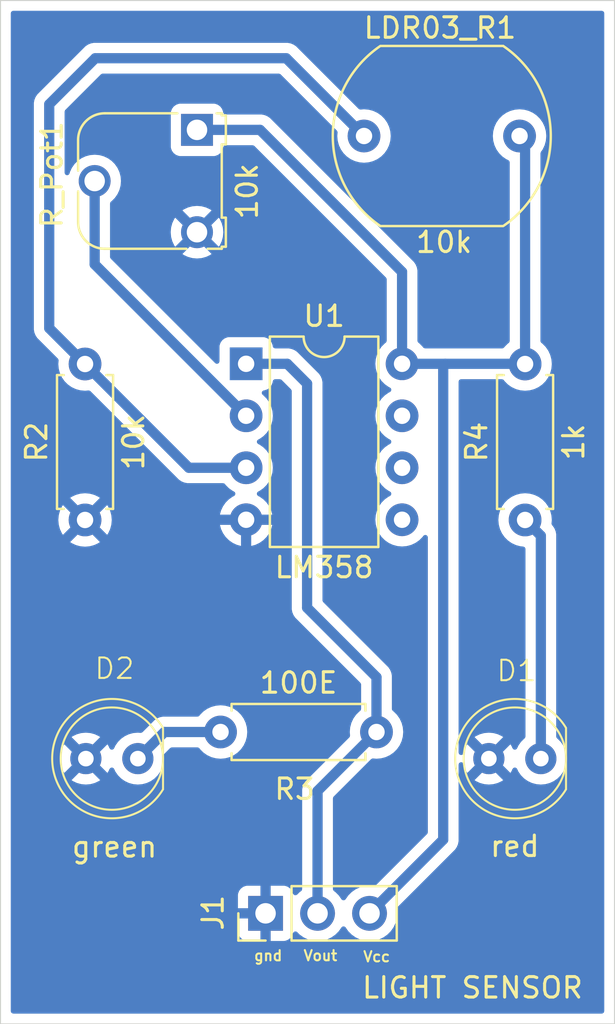
<source format=kicad_pcb>
(kicad_pcb (version 20240108) (generator "pcbnew") (generator_version "8.0")
  (layers (0 "F.Cu" signal) (31 "B.Cu" signal) (34 "B.Paste" user) (35 "F.Paste" user) (36 "B.SilkS" user "B.Silkscreen") (37 "F.SilkS" user "F.Silkscreen") (38 "B.Mask" user) (39 "F.Mask" user) (44 "Edge.Cuts" user))
  (net 0 "")
  (net 1 "/gnd")
  (net 2 "Net-(D1-A)")
  (net 3 "Net-(D2-A)")
  (net 4 "Net-(J1-Pin_2)")
  (net 5 "/vcc")
  (net 6 "Net-(U1A-+)")
  (net 7 "Net-(U1A--)")
  (footprint "Connector_PinHeader_2.54mm:PinHeader_1x03_P2.54mm_Vertical" (layer "F.Cu") (at 139.32 111.03 90)
    (property "Reference" "J1" (at 0.03 -2.57 -90) (layer "F.SilkS"))
    (property "Value" "Conn_01x03_Pin" (hide yes))
    (fp_line (start -1.33 -1.33) (end 0 -1.33) (stroke (width 0.12)) (layer "F.SilkS"))
    (fp_line (start -1.33 0) (end -1.33 -1.33) (stroke (width 0.12)) (layer "F.SilkS"))
    (fp_line (start 1.33 1.27) (end 1.33 6.41) (stroke (width 0.12)) (layer "F.SilkS"))
    (fp_line (start -1.33 1.27) (end 1.33 1.27) (stroke (width 0.12)) (layer "F.SilkS"))
    (fp_line (start -1.33 1.27) (end -1.33 6.41) (stroke (width 0.12)) (layer "F.SilkS"))
    (fp_line (start -1.33 6.41) (end 1.33 6.41) (stroke (width 0.12)) (layer "F.SilkS"))
    (pad "1" thru_hole rect (at 0 0 90) (size 1.7 1.7) (drill 1) (layers "*.Cu" "*.Mask") (net 1 "/gnd"))
    (pad "2" thru_hole oval (at 0 2.54 90) (size 1.7 1.7) (drill 1) (layers "*.Cu" "*.Mask") (net 4 "Net-(J1-Pin_2)"))
    (pad "3" thru_hole oval (at 0 5.08 90) (size 1.7 1.7) (drill 1) (layers "*.Cu" "*.Mask") (net 5 "/vcc"))
  )
  (footprint "OptoDevice:R_LDR_10x8.5mm_P7.6mm_Vertical" (layer "F.Cu") (at 151.73 73.05 180)
    (property "Reference" "LDR03_R1" (at 3.89 5.28 0) (layer "F.SilkS"))
    (property "Value" "10k" (at 3.69 -5.19 0) (layer "F.SilkS"))
    (fp_line (start 0.8 4.4) (end 6.8 4.4) (stroke (width 0.12)) (layer "F.SilkS"))
    (fp_line (start 0.8 -4.4) (end 6.8 -4.4) (stroke (width 0.12)) (layer "F.SilkS"))
    (fp_arc (start 6.8 -4.4) (mid 9.125374 -0.019809) (end 6.83265 4.37756) (stroke (width 0.12)) (layer "F.SilkS"))
    (fp_arc (start 0.8 4.4) (mid -1.525374 0.019809) (end 0.76735 -4.37756) (stroke (width 0.12)) (layer "F.SilkS"))
    (pad "1" thru_hole circle (at 0 0 180) (size 1.6 1.6) (drill 0.8) (layers "*.Cu" "*.Mask") (net 5 "/vcc"))
    (pad "2" thru_hole circle (at 7.6 0 180) (size 1.6 1.6) (drill 0.8) (layers "*.Cu" "*.Mask") (net 6 "Net-(U1A-+)"))
  )
  (footprint "Resistor_THT:R_Axial_DIN0207_L6.3mm_D2.5mm_P7.62mm_Horizontal" (layer "F.Cu") (at 130.5 91.81 90)
    (property "Reference" "R2" (at 3.81 -2.37 90) (layer "F.SilkS"))
    (property "Value" "10k" (at 3.81 2.37 90) (layer "F.SilkS"))
    (fp_line (start 7.08 -1.37) (end 7.08 -1.04) (stroke (width 0.12)) (layer "F.SilkS"))
    (fp_line (start 0.54 -1.37) (end 7.08 -1.37) (stroke (width 0.12)) (layer "F.SilkS"))
    (fp_line (start 0.54 -1.04) (end 0.54 -1.37) (stroke (width 0.12)) (layer "F.SilkS"))
    (fp_line (start 0.54 1.04) (end 0.54 1.37) (stroke (width 0.12)) (layer "F.SilkS"))
    (fp_line (start 7.08 1.37) (end 7.08 1.04) (stroke (width 0.12)) (layer "F.SilkS"))
    (fp_line (start 0.54 1.37) (end 7.08 1.37) (stroke (width 0.12)) (layer "F.SilkS"))
    (pad "1" thru_hole circle (at 0 0 90) (size 1.6 1.6) (drill 0.8) (layers "*.Cu" "*.Mask") (net 1 "/gnd"))
    (pad "2" thru_hole oval (at 7.62 0 90) (size 1.6 1.6) (drill 0.8) (layers "*.Cu" "*.Mask") (net 6 "Net-(U1A-+)"))
  )
  (footprint "Potentiometer_THT:Potentiometer_Runtron_RM-065_Vertical" (layer "F.Cu") (at 135.97 72.75 -90)
    (property "Reference" "R_Pot1" (at 2.19 7.09 90) (layer "F.SilkS"))
    (property "Value" "10k" (at 3 -2.45 90) (layer "F.SilkS"))
    (fp_line (start 1.99 5.81) (end 0.5 5.81) (stroke (width 0.12)) (layer "F.SilkS"))
    (fp_line (start 4.5 5.81) (end 3.01 5.81) (stroke (width 0.12)) (layer "F.SilkS"))
    (fp_line (start -0.81 4.5) (end -0.81 0.96) (stroke (width 0.12)) (layer "F.SilkS"))
    (fp_line (start 5.81 0.52) (end 5.81 4.5) (stroke (width 0.12)) (layer "F.SilkS"))
    (fp_line (start -0.81 -1.21) (end -0.81 -0.96) (stroke (width 0.12)) (layer "F.SilkS"))
    (fp_line (start -0.71 -1.21) (end -0.81 -1.21) (stroke (width 0.12)) (layer "F.SilkS"))
    (fp_line (start 0.71 -1.21) (end 4.29 -1.21) (stroke (width 0.12)) (layer "F.SilkS"))
    (fp_line (start 0.71 -1.21) (end 0.71 -1.41) (stroke (width 0.12)) (layer "F.SilkS"))
    (fp_line (start 4.29 -1.21) (end 4.29 -1.41) (stroke (width 0.12)) (layer "F.SilkS"))
    (fp_line (start 5.71 -1.21) (end 5.81 -1.21) (stroke (width 0.12)) (layer "F.SilkS"))
    (fp_line (start 5.81 -1.21) (end 5.81 -0.52) (stroke (width 0.12)) (layer "F.SilkS"))
    (fp_line (start -0.71 -1.41) (end -0.71 -1.21) (stroke (width 0.12)) (layer "F.SilkS"))
    (fp_line (start -0.71 -1.41) (end 0.71 -1.41) (stroke (width 0.12)) (layer "F.SilkS"))
    (fp_line (start 4.29 -1.41) (end 5.71 -1.41) (stroke (width 0.12)) (layer "F.SilkS"))
    (fp_line (start 5.71 -1.41) (end 5.71 -1.21) (stroke (width 0.12)) (layer "F.SilkS"))
    (fp_arc (start 0.5 5.81) (mid -0.42631 5.42631) (end -0.81 4.5) (stroke (width 0.12)) (layer "F.SilkS"))
    (fp_arc (start 5.81 4.5) (mid 5.42631 5.42631) (end 4.5 5.81) (stroke (width 0.12)) (layer "F.SilkS"))
    (pad "1" thru_hole rect (at 0 0 270) (size 1.56 1.56) (drill 1) (layers "*.Cu" "*.Mask") (net 5 "/vcc"))
    (pad "2" thru_hole circle (at 2.5 5 270) (size 1.56 1.56) (drill 1) (layers "*.Cu" "*.Mask") (net 7 "Net-(U1A--)"))
    (pad "3" thru_hole circle (at 5 0 270) (size 1.56 1.56) (drill 1) (layers "*.Cu" "*.Mask") (net 1 "/gnd"))
  )
  (footprint "Package_DIP:DIP-8_W7.62mm" (layer "F.Cu") (at 138.37 84.18)
    (property "Reference" "U1" (at 3.81 -2.33 0) (layer "F.SilkS"))
    (property "Value" "LM358" (at 3.81 9.95 0) (layer "F.SilkS"))
    (fp_line (start 1.16 -1.33) (end 1.16 8.95) (stroke (width 0.12)) (layer "F.SilkS"))
    (fp_line (start 1.16 8.95) (end 6.46 8.95) (stroke (width 0.12)) (layer "F.SilkS"))
    (fp_line (start 2.81 -1.33) (end 1.16 -1.33) (stroke (width 0.12)) (layer "F.SilkS"))
    (fp_line (start 6.46 -1.33) (end 4.81 -1.33) (stroke (width 0.12)) (layer "F.SilkS"))
    (fp_line (start 6.46 8.95) (end 6.46 -1.33) (stroke (width 0.12)) (layer "F.SilkS"))
    (fp_arc (start 4.81 -1.33) (mid 3.81 -0.33) (end 2.81 -1.33) (stroke (width 0.12)) (layer "F.SilkS"))
    (pad "1" thru_hole rect (at 0 0) (size 1.6 1.6) (drill 0.8) (layers "*.Cu" "*.Mask") (net 4 "Net-(J1-Pin_2)"))
    (pad "2" thru_hole oval (at 0 2.54) (size 1.6 1.6) (drill 0.8) (layers "*.Cu" "*.Mask") (net 7 "Net-(U1A--)"))
    (pad "3" thru_hole oval (at 0 5.08) (size 1.6 1.6) (drill 0.8) (layers "*.Cu" "*.Mask") (net 6 "Net-(U1A-+)"))
    (pad "4" thru_hole oval (at 0 7.62) (size 1.6 1.6) (drill 0.8) (layers "*.Cu" "*.Mask") (net 1 "/gnd"))
    (pad "5" thru_hole oval (at 7.62 7.62) (size 1.6 1.6) (drill 0.8) (layers "*.Cu" "*.Mask"))
    (pad "6" thru_hole oval (at 7.62 5.08) (size 1.6 1.6) (drill 0.8) (layers "*.Cu" "*.Mask"))
    (pad "7" thru_hole oval (at 7.62 2.54) (size 1.6 1.6) (drill 0.8) (layers "*.Cu" "*.Mask"))
    (pad "8" thru_hole oval (at 7.62 0) (size 1.6 1.6) (drill 0.8) (layers "*.Cu" "*.Mask") (net 5 "/vcc"))
  )
  (footprint "Led_2:Led_D5.00mm" (layer "F.Cu") (at 131.81 103.47 180)
    (property "Reference" "D2" (at -0.13 4.4 0) (layer "F.SilkS") (effects (font (thickness 0.1))))
    (property "Value" "green" (at -0.13 -4.31 0) (layer "F.SilkS"))
    (fp_line (start -2.5 1.5) (end -2.5 -1.5) (stroke (width 0.1)) (layer "F.SilkS"))
    (fp_arc (start -2.499999 -1.5) (mid 2.915475 0) (end -2.499999 1.5) (stroke (width 0.1)) (layer "F.SilkS"))
    (fp_circle (center 0 0) (end -2.5 0) (stroke (width 0.1)) (fill none) (layer "F.SilkS"))
    (pad "1" thru_hole circle (at -1.27 0 180) (size 1.524 1.524) (drill 0.762) (layers "*.Cu" "*.Mask") (net 3 "Net-(D2-A)"))
    (pad "2" thru_hole circle (at 1.27 0 180) (size 1.524 1.524) (drill 0.762) (layers "*.Cu" "*.Mask") (net 1 "/gnd"))
  )
  (footprint "Resistor_THT:R_Axial_DIN0207_L6.3mm_D2.5mm_P7.62mm_Horizontal" (layer "F.Cu") (at 152 91.81 90)
    (property "Reference" "R4" (at 3.81 -2.37 90) (layer "F.SilkS"))
    (property "Value" "1k" (at 3.81 2.37 90) (layer "F.SilkS"))
    (fp_line (start 7.08 -1.37) (end 7.08 -1.04) (stroke (width 0.12)) (layer "F.SilkS"))
    (fp_line (start 0.54 -1.37) (end 7.08 -1.37) (stroke (width 0.12)) (layer "F.SilkS"))
    (fp_line (start 0.54 -1.04) (end 0.54 -1.37) (stroke (width 0.12)) (layer "F.SilkS"))
    (fp_line (start 0.54 1.04) (end 0.54 1.37) (stroke (width 0.12)) (layer "F.SilkS"))
    (fp_line (start 7.08 1.37) (end 7.08 1.04) (stroke (width 0.12)) (layer "F.SilkS"))
    (fp_line (start 0.54 1.37) (end 7.08 1.37) (stroke (width 0.12)) (layer "F.SilkS"))
    (pad "1" thru_hole circle (at 0 0 90) (size 1.6 1.6) (drill 0.8) (layers "*.Cu" "*.Mask") (net 2 "Net-(D1-A)"))
    (pad "2" thru_hole oval (at 7.62 0 90) (size 1.6 1.6) (drill 0.8) (layers "*.Cu" "*.Mask") (net 5 "/vcc"))
  )
  (footprint "Led_2:Led_D5.00mm" (layer "F.Cu") (at 151.5 103.47 180)
    (property "Reference" "D1" (at -0.08 4.29 0) (layer "F.SilkS") (effects (font (thickness 0.1))))
    (property "Value" "red" (at 0 -4.28 0) (layer "F.SilkS"))
    (fp_line (start -2.5 1.5) (end -2.5 -1.5) (stroke (width 0.1)) (layer "F.SilkS"))
    (fp_arc (start -2.499999 -1.5) (mid 2.915475 0) (end -2.499999 1.5) (stroke (width 0.1)) (layer "F.SilkS"))
    (fp_circle (center 0 0) (end -2.5 0) (stroke (width 0.1)) (fill none) (layer "F.SilkS"))
    (pad "1" thru_hole circle (at -1.27 0 180) (size 1.524 1.524) (drill 0.762) (layers "*.Cu" "*.Mask") (net 2 "Net-(D1-A)"))
    (pad "2" thru_hole circle (at 1.27 0 180) (size 1.524 1.524) (drill 0.762) (layers "*.Cu" "*.Mask") (net 1 "/gnd"))
  )
  (footprint "Resistor_THT:R_Axial_DIN0207_L6.3mm_D2.5mm_P7.62mm_Horizontal" (layer "F.Cu") (at 137.12 102.17)
    (property "Reference" "R3" (at 3.62 2.79 0) (layer "F.SilkS"))
    (property "Value" "100E" (at 3.81 -2.4 0) (layer "F.SilkS"))
    (fp_line (start 0.54 -1.37) (end 7.08 -1.37) (stroke (width 0.12)) (layer "F.SilkS"))
    (fp_line (start 0.54 -1.04) (end 0.54 -1.37) (stroke (width 0.12)) (layer "F.SilkS"))
    (fp_line (start 0.54 1.04) (end 0.54 1.37) (stroke (width 0.12)) (layer "F.SilkS"))
    (fp_line (start 0.54 1.37) (end 7.08 1.37) (stroke (width 0.12)) (layer "F.SilkS"))
    (fp_line (start 7.08 -1.37) (end 7.08 -1.04) (stroke (width 0.12)) (layer "F.SilkS"))
    (fp_line (start 7.08 1.37) (end 7.08 1.04) (stroke (width 0.12)) (layer "F.SilkS"))
    (pad "1" thru_hole circle (at 0 0) (size 1.6 1.6) (drill 0.8) (layers "*.Cu" "*.Mask") (net 3 "Net-(D2-A)"))
    (pad "2" thru_hole oval (at 7.62 0) (size 1.6 1.6) (drill 0.8) (layers "*.Cu" "*.Mask") (net 4 "Net-(J1-Pin_2)"))
  )
  (gr_rect (start 126.37 66.43) (end 156.37 116.43) (stroke (width 0.05)) (fill none) (layer "Edge.Cuts"))
  (gr_text "Vout\n" (at 142 113.097514 0) (layer "F.SilkS") (effects (font (size 0.5 0.5) (thickness 0.1) (bold yes))))
  (gr_text "LIGHT SENSOR" (at 143.95 115.25 0) (layer "F.SilkS") (effects (font (size 1 1)) (justify left bottom)))
  (gr_text "gnd\n" (at 139.45 113.1 0) (layer "F.SilkS") (effects (font (size 0.5 0.5) (thickness 0.1) (bold yes))))
  (gr_text "Vcc\n" (at 144.75 113.15 0) (layer "F.SilkS") (effects (font (size 0.5 0.5) (thickness 0.1) (bold yes))))
  (segment (start 152.77 92.58) (end 152 91.81) (width 0.5) (layer "B.Cu") (net 2))
  (segment (start 152.77 103.47) (end 152.77 92.58) (width 0.5) (layer "B.Cu") (net 2))
  (segment (start 151.97 91.81) (end 151.95 91.79) (width 0.5) (layer "B.Cu") (net 2))
  (segment (start 134.38 102.17) (end 133.08 103.47) (width 0.5) (layer "B.Cu") (net 3))
  (segment (start 137.12 102.17) (end 134.38 102.17) (width 0.5) (layer "B.Cu") (net 3))
  (segment (start 141.35 85.15) (end 141.35 96.1) (width 0.5) (layer "B.Cu") (net 4))
  (segment (start 140.38 84.18) (end 141.35 85.15) (width 0.5) (layer "B.Cu") (net 4))
  (segment (start 138.37 84.18) (end 140.38 84.18) (width 0.5) (layer "B.Cu") (net 4))
  (segment (start 144.74 99.49) (end 144.74 102.17) (width 0.5) (layer "B.Cu") (net 4))
  (segment (start 141.86 111.03) (end 141.86 105.05) (width 0.5) (layer "B.Cu") (net 4))
  (segment (start 141.86 105.05) (end 144.74 102.17) (width 0.5) (layer "B.Cu") (net 4))
  (segment (start 141.35 96.1) (end 144.74 99.49) (width 0.5) (layer "B.Cu") (net 4))
  (segment (start 145.99 84.18) (end 151.99 84.18) (width 0.5) (layer "B.Cu") (net 5))
  (segment (start 151.99 84.18) (end 152 84.19) (width 0.5) (layer "B.Cu") (net 5))
  (segment (start 135.97 72.75) (end 139.05 72.75) (width 0.5) (layer "B.Cu") (net 5))
  (segment (start 148.1 84.18) (end 148 84.28) (width 0.5) (layer "B.Cu") (net 5))
  (segment (start 152 73.32) (end 151.73 73.05) (width 0.5) (layer "B.Cu") (net 5))
  (segment (start 145.99 79.69) (end 145.99 84.18) (width 0.5) (layer "B.Cu") (net 5))
  (segment (start 151.95 73.05) (end 152 73) (width 0.5) (layer "B.Cu") (net 5))
  (segment (start 148 84.28) (end 148 107.43) (width 0.5) (layer "B.Cu") (net 5))
  (segment (start 151.73 73.05) (end 151.95 73.05) (width 0.5) (layer "B.Cu") (net 5))
  (segment (start 139.05 72.75) (end 145.99 79.69) (width 0.5) (layer "B.Cu") (net 5))
  (segment (start 148 107.43) (end 144.4 111.03) (width 0.5) (layer "B.Cu") (net 5))
  (segment (start 145.99 84.18) (end 146 84.17) (width 0.5) (layer "B.Cu") (net 5))
  (segment (start 152 84.19) (end 152 73.32) (width 0.5) (layer "B.Cu") (net 5))
  (segment (start 128.75 82.44) (end 128.75 71.5) (width 0.5) (layer "B.Cu") (net 6))
  (segment (start 135.57 89.26) (end 128.75 82.44) (width 0.5) (layer "B.Cu") (net 6))
  (segment (start 131 69.25) (end 140.33 69.25) (width 0.5) (layer "B.Cu") (net 6))
  (segment (start 138.37 89.26) (end 135.57 89.26) (width 0.5) (layer "B.Cu") (net 6))
  (segment (start 140.33 69.25) (end 144.13 73.05) (width 0.5) (layer "B.Cu") (net 6))
  (segment (start 128.75 71.5) (end 131 69.25) (width 0.5) (layer "B.Cu") (net 6))
  (segment (start 138.37 86.72) (end 130.97 79.32) (width 0.5) (layer "B.Cu") (net 7))
  (segment (start 130.97 79.32) (end 130.97 75.25) (width 0.5) (layer "B.Cu") (net 7))
  (zone (net 1) (net_name "/gnd") (layer "B.Cu") (connect_pads (clearance 0.5)) (min_thickness 0.25) (fill yes (thermal_gap 0.5) (thermal_bridge_width 0.5))
    (polygon (pts (xy 126.4 66.45) (xy 156.35 66.45) (xy 156.35 116.4) (xy 126.4 116.4)))
  )
)
</source>
